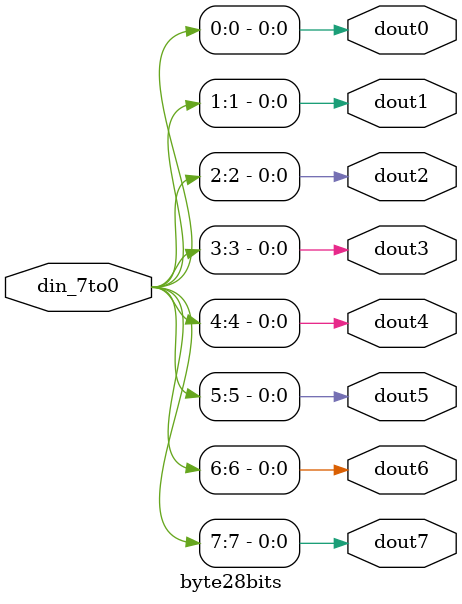
<source format=v>
module byte28bits(
	din_7to0,
	dout7,
	dout6,
	dout5,
	dout4,
	dout3,
	dout2,
	dout1,
	dout0
);
output			dout7, dout6, dout5, dout4, dout3, dout2, dout1, dout0;
input	[7:0]	din_7to0;
assign dout7 = din_7to0[7];
assign dout6 = din_7to0[6];
assign dout5 = din_7to0[5];
assign dout4 = din_7to0[4];
assign dout3 = din_7to0[3];
assign dout2 = din_7to0[2];
assign dout1 = din_7to0[1];
assign dout0 = din_7to0[0];
endmodule
</source>
